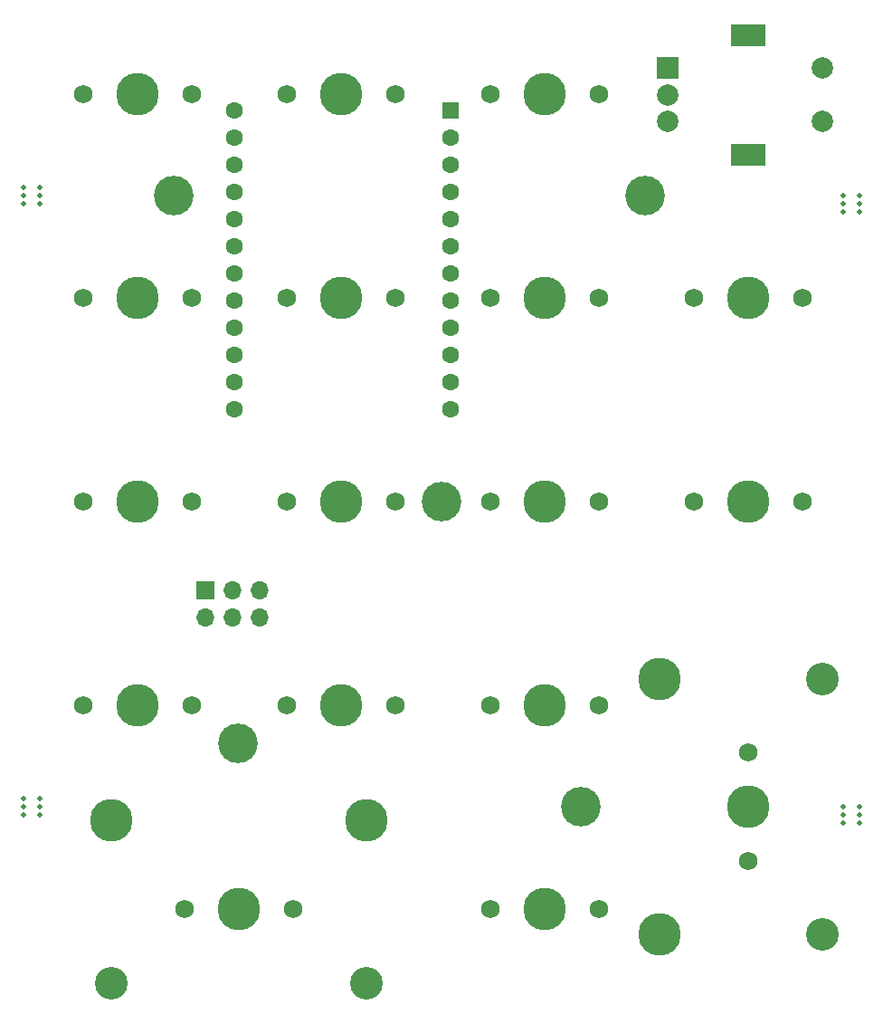
<source format=gbr>
G04 #@! TF.GenerationSoftware,KiCad,Pcbnew,(5.1.7)-1*
G04 #@! TF.CreationDate,2020-12-06T23:42:38-08:00*
G04 #@! TF.ProjectId,dropout-miniusb,64726f70-6f75-4742-9d6d-696e69757362,rev?*
G04 #@! TF.SameCoordinates,Original*
G04 #@! TF.FileFunction,Soldermask,Top*
G04 #@! TF.FilePolarity,Negative*
%FSLAX46Y46*%
G04 Gerber Fmt 4.6, Leading zero omitted, Abs format (unit mm)*
G04 Created by KiCad (PCBNEW (5.1.7)-1) date 2020-12-06 23:42:38*
%MOMM*%
%LPD*%
G01*
G04 APERTURE LIST*
%ADD10C,0.500000*%
%ADD11C,3.700000*%
%ADD12C,3.987800*%
%ADD13C,3.048000*%
%ADD14C,1.750000*%
%ADD15O,1.700000X1.700000*%
%ADD16R,1.700000X1.700000*%
%ADD17R,1.600000X1.600000*%
%ADD18C,1.600000*%
%ADD19R,2.000000X2.000000*%
%ADD20C,2.000000*%
%ADD21R,3.200000X2.000000*%
G04 APERTURE END LIST*
D10*
X212758432Y-69740069D03*
X214258432Y-69740069D03*
X212758432Y-68990069D03*
X212758432Y-70490069D03*
X214258432Y-70490069D03*
X214258432Y-68990069D03*
X212758432Y-126940069D03*
X214258432Y-126940069D03*
X212758432Y-126190069D03*
X212758432Y-127690069D03*
X214258432Y-127690069D03*
X214258432Y-126190069D03*
X137547957Y-125409755D03*
X137547957Y-126909755D03*
X136047957Y-126909755D03*
X136047957Y-125409755D03*
X137547957Y-126159755D03*
X136047957Y-126159755D03*
X136047957Y-69009779D03*
X137547957Y-69009779D03*
X136047957Y-68259779D03*
X136047957Y-69759779D03*
X137547957Y-69759779D03*
X137547957Y-68259779D03*
D11*
X150049530Y-69040260D03*
X188149562Y-126159763D03*
X175122998Y-97582172D03*
X194173014Y-69007148D03*
X156072982Y-120204066D03*
D12*
X195555800Y-114221779D03*
X195555800Y-138097779D03*
D13*
X210795800Y-114221779D03*
X210795800Y-138097779D03*
D14*
X203810800Y-121079779D03*
X203810800Y-131239779D03*
D12*
X203810800Y-126159779D03*
X146660800Y-78534779D03*
D14*
X141580800Y-78534779D03*
X151740800Y-78534779D03*
D12*
X184760800Y-59484779D03*
D14*
X179680800Y-59484779D03*
X189840800Y-59484779D03*
D15*
X158118292Y-108443374D03*
X158118292Y-105903374D03*
X155578292Y-108443374D03*
X155578292Y-105903374D03*
X153038292Y-108443374D03*
D16*
X153038292Y-105903374D03*
D17*
X175982674Y-61023390D03*
D18*
X175982674Y-63563390D03*
X175982674Y-66103390D03*
X175982674Y-68643390D03*
X175982674Y-71183390D03*
X175982674Y-73723390D03*
X175982674Y-76263390D03*
X175982674Y-78803390D03*
X175982674Y-81343390D03*
X175982674Y-83883390D03*
X175982674Y-86423390D03*
X175982674Y-88963390D03*
X155742674Y-88963390D03*
X155742674Y-86423390D03*
X155742674Y-83883390D03*
X155742674Y-81343390D03*
X155742674Y-78803390D03*
X155742674Y-76263390D03*
X155742674Y-73723390D03*
X155742674Y-71183390D03*
X155742674Y-68643390D03*
X155742674Y-66103390D03*
X155742674Y-63563390D03*
X155742674Y-61023390D03*
D12*
X165710800Y-78534779D03*
D14*
X160630800Y-78534779D03*
X170790800Y-78534779D03*
D12*
X168123800Y-127429779D03*
X144247800Y-127429779D03*
D13*
X168123800Y-142669779D03*
X144247800Y-142669779D03*
D14*
X161265800Y-135684779D03*
X151105800Y-135684779D03*
D12*
X156185800Y-135684779D03*
D19*
X196310800Y-57103529D03*
D20*
X196310800Y-59603529D03*
X196310800Y-62103529D03*
D21*
X203810800Y-54003529D03*
X203810800Y-65203529D03*
D20*
X210810800Y-57103529D03*
X210810800Y-62103529D03*
D12*
X203810800Y-97584779D03*
D14*
X198730800Y-97584779D03*
X208890800Y-97584779D03*
X151740800Y-59484779D03*
X141580800Y-59484779D03*
D12*
X146660800Y-59484779D03*
X203810800Y-78534779D03*
D14*
X198730800Y-78534779D03*
X208890800Y-78534779D03*
D12*
X184760800Y-135684779D03*
D14*
X179680800Y-135684779D03*
X189840800Y-135684779D03*
D12*
X165710800Y-59484779D03*
D14*
X160630800Y-59484779D03*
X170790800Y-59484779D03*
D12*
X184760800Y-78534779D03*
D14*
X179680800Y-78534779D03*
X189840800Y-78534779D03*
D12*
X184760800Y-97584779D03*
D14*
X179680800Y-97584779D03*
X189840800Y-97584779D03*
D12*
X165710800Y-97584779D03*
D14*
X160630800Y-97584779D03*
X170790800Y-97584779D03*
D12*
X146660800Y-97584779D03*
D14*
X141580800Y-97584779D03*
X151740800Y-97584779D03*
D12*
X146660808Y-116634755D03*
D14*
X141580808Y-116634755D03*
X151740808Y-116634755D03*
D12*
X165710800Y-116634779D03*
D14*
X160630800Y-116634779D03*
X170790800Y-116634779D03*
D12*
X184760840Y-116634755D03*
D14*
X179680840Y-116634755D03*
X189840840Y-116634755D03*
M02*

</source>
